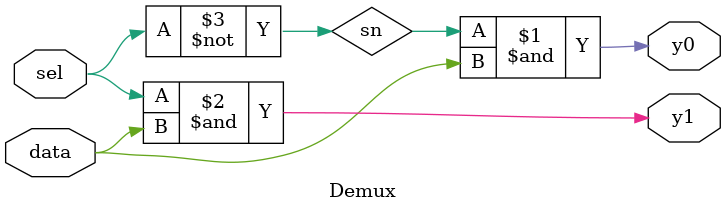
<source format=v>
module Demux(

    input sel,

    input data,

    output y0,

    output y1

    );

not(sn,sel);

and(y0,sn,data);

and(y1,sel,data);

endmodule
</source>
